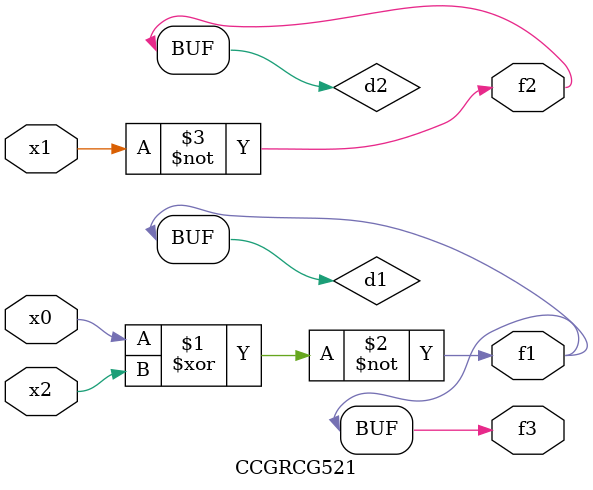
<source format=v>
module CCGRCG521(
	input x0, x1, x2,
	output f1, f2, f3
);

	wire d1, d2, d3;

	xnor (d1, x0, x2);
	nand (d2, x1);
	nor (d3, x1, x2);
	assign f1 = d1;
	assign f2 = d2;
	assign f3 = d1;
endmodule

</source>
